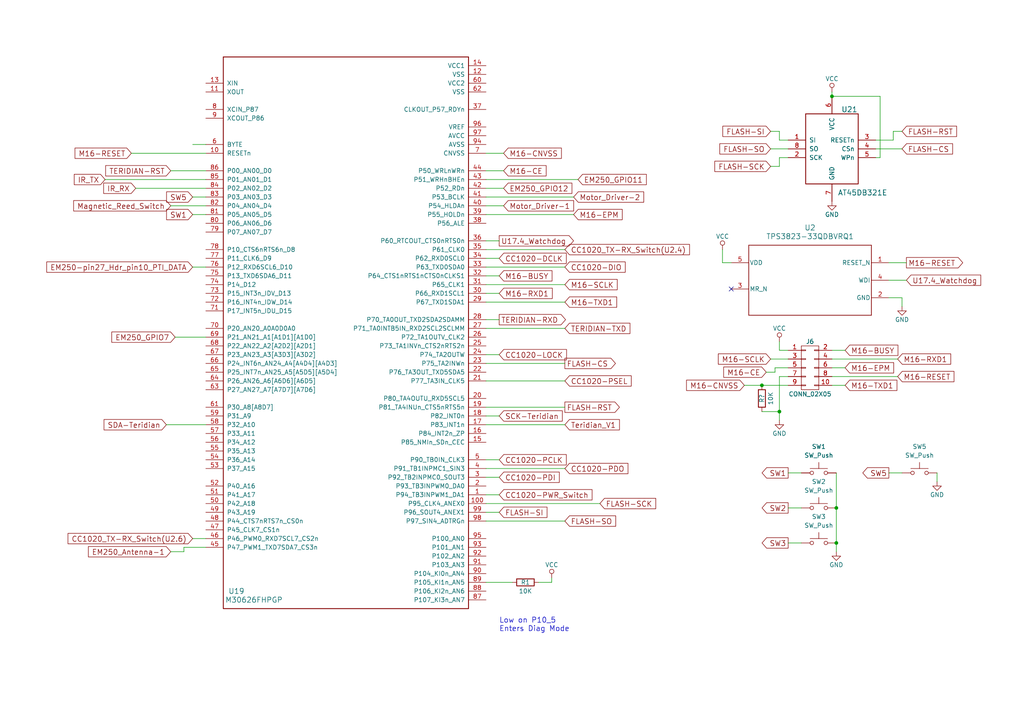
<source format=kicad_sch>
(kicad_sch (version 20231120) (generator "eeschema") (generator_version "8.0")
  (paper "A4")
  (lib_symbols
    (symbol "Landis-Gyr-Focus-AXR-SD-rescue:CONN_02X05" (pin_names (offset 0.0254) hide)
      (property "Reference" "P" (at 0 7.62 0))
      (property "Value" "CONN_02X05" (at 0 -7.62 0))
      (symbol "CONN_02X05_0_1"
        (rectangle (start -2.54 -4.953) (end -1.27 -5.207))
        (rectangle (start -2.54 -2.413) (end -1.27 -2.667))
        (rectangle (start -2.54 0.127) (end -1.27 -0.127))
        (rectangle (start -2.54 2.667) (end -1.27 2.413))
        (rectangle (start -2.54 5.207) (end -1.27 4.953))
        (rectangle (start -2.54 6.35) (end 2.54 -6.35))
        (rectangle (start 1.27 -4.953) (end 2.54 -5.207))
        (rectangle (start 1.27 -2.413) (end 2.54 -2.667))
        (rectangle (start 1.27 0.127) (end 2.54 -0.127))
        (rectangle (start 1.27 2.667) (end 2.54 2.413))
        (rectangle (start 1.27 5.207) (end 2.54 4.953))
      )
      (symbol "CONN_02X05_1_1"
        (pin passive line (at -6.35 5.08 0) (length 3.81) (name "P1") (number "1"))
        (pin passive line (at 6.35 -5.08 180) (length 3.81) (name "P10") (number "10"))
        (pin passive line (at 6.35 5.08 180) (length 3.81) (name "P2") (number "2"))
        (pin passive line (at -6.35 2.54 0) (length 3.81) (name "P3") (number "3"))
        (pin passive line (at 6.35 2.54 180) (length 3.81) (name "P4") (number "4"))
        (pin passive line (at -6.35 0 0) (length 3.81) (name "P5") (number "5"))
        (pin passive line (at 6.35 0 180) (length 3.81) (name "P6") (number "6"))
        (pin passive line (at -6.35 -2.54 0) (length 3.81) (name "P7") (number "7"))
        (pin passive line (at 6.35 -2.54 180) (length 3.81) (name "P8") (number "8"))
        (pin passive line (at -6.35 -5.08 0) (length 3.81) (name "P9") (number "9"))
      )
    )
    (symbol "Landis-Gyr-Focus-AXR-SD-rescue:GND" (power) (pin_names (offset 0))
      (property "Value" "GND" (at 0 -3.81 0))
      (symbol "GND_0_1"
        (polyline (pts (xy 0 0) (xy 0 -1.27) (xy 1.27 -1.27) (xy 0 -2.54) (xy -1.27 -1.27) (xy 0 -1.27)))
      )
      (symbol "GND_1_1"
        (pin power_in line (at 0 0 270) (length 0) hide (name "GND") (number "1"))
      )
    )
    (symbol "Landis-Gyr-Focus-AXR-SD-rescue:R" (pin_numbers hide) (pin_names (offset 0))
      (property "Reference" "R" (at 2.032 0 90))
      (property "Value" "R" (at 0 0 90))
      (symbol "R_0_1"
        (rectangle (start -1.016 -2.54) (end 1.016 2.54) (stroke (width 0.254)))
      )
      (symbol "R_1_1"
        (pin passive line (at 0 3.81 270) (length 1.27) (name "~") (number "1"))
        (pin passive line (at 0 -3.81 90) (length 1.27) (name "~") (number "2"))
      )
    )
    (symbol "Landis-Gyr-Focus-AXR-SD-rescue:VCC" (power) (pin_names (offset 0))
      (property "Value" "VCC" (at 0 3.81 0))
      (symbol "VCC_0_1"
        (polyline (pts (xy 0 0) (xy 0 1.27)))
        (circle (center 0 1.905) (radius 0.635))
      )
      (symbol "VCC_1_1"
        (pin power_in line (at 0 0 90) (length 0) hide (name "VCC") (number "1"))
      )
    )
    (symbol "Landis-Gyr-Focus-AXR-SD:AT45DB321E" (pin_names (offset 1.016))
      (property "Reference" "U" (at 5.08 11.43 0))
      (property "Value" "AT45DB321E" (at 10.16 -11.43 0))
      (symbol "AT45DB321E_1_1"
        (rectangle (start -7.62 10.16) (end 7.62 -10.16) (stroke (width 0.254)))
        (pin input line (at -12.7 2.54 0) (length 5.08) (name "SI") (number "1"))
        (pin input line (at -12.7 -2.54 0) (length 5.08) (name "SCK") (number "2"))
        (pin input line (at 12.7 2.54 180) (length 5.08) (name "RESETn") (number "3"))
        (pin input line (at 12.7 0 180) (length 5.08) (name "CSn") (number "4"))
        (pin input line (at 12.7 -2.54 180) (length 5.08) (name "WPn") (number "5"))
        (pin input line (at 0 15.24 270) (length 5.08) (name "VCC") (number "6"))
        (pin input line (at 0 -15.24 90) (length 5.08) (name "GND") (number "7"))
        (pin input line (at -12.7 0 0) (length 5.08) (name "SO") (number "8"))
      )
    )
    (symbol "Landis-Gyr-Focus-AXR-SD:R5F3650TDFB" (pin_names (offset 1.016))
      (property "Reference" "U" (at -33.02 -88.9 0))
      (property "Value" "R5F3650TDFB" (at -26.67 -91.44 0))
      (symbol "R5F3650TDFB_1_1"
        (rectangle (start -35.56 66.04) (end 35.56 -93.98) (stroke (width 0.254)))
        (pin input line (at 40.64 -60.96 180) (length 5.08) (name "P94_TB3INPWM1_DA1") (number "1"))
        (pin input line (at -40.64 38.1 0) (length 5.08) (name "RESETn") (number "10"))
        (pin input line (at 40.64 -63.5 180) (length 5.08) (name "P95_CLK4_ANEX0") (number "100"))
        (pin input line (at -40.64 55.88 0) (length 5.08) (name "XOUT") (number "11"))
        (pin input line (at 40.64 60.96 180) (length 5.08) (name "VSS") (number "12"))
        (pin input line (at -40.64 58.42 0) (length 5.08) (name "XIN") (number "13"))
        (pin input line (at 40.64 63.5 180) (length 5.08) (name "VCC1") (number "14"))
        (pin input line (at 40.64 -45.72 180) (length 5.08) (name "P85_NMIn_SDn_CEC") (number "15"))
        (pin input line (at 40.64 -43.18 180) (length 5.08) (name "P84_INT2n_ZP") (number "16"))
        (pin input line (at 40.64 -40.64 180) (length 5.08) (name "P83_INT1n") (number "17"))
        (pin input line (at 40.64 -38.1 180) (length 5.08) (name "P82_INT0n") (number "18"))
        (pin input line (at 40.64 -35.56 180) (length 5.08) (name "P81_TA4INUn_CTS5nRTS5n") (number "19"))
        (pin input line (at 40.64 -58.42 180) (length 5.08) (name "P93_TB3INPWM0_DA0") (number "2"))
        (pin input line (at 40.64 -33.02 180) (length 5.08) (name "P80_TA4OUTU_RXD5SCL5") (number "20"))
        (pin input line (at 40.64 -27.94 180) (length 5.08) (name "P77_TA3IN_CLK5") (number "21"))
        (pin input line (at 40.64 -25.4 180) (length 5.08) (name "P76_TA3OUT_TXD5SDA5") (number "22"))
        (pin input line (at 40.64 -22.86 180) (length 5.08) (name "P75_TA2INWn") (number "23"))
        (pin input line (at 40.64 -20.32 180) (length 5.08) (name "P74_TA2OUTW") (number "24"))
        (pin input line (at 40.64 -17.78 180) (length 5.08) (name "P73_TA1INVn_CTS2nRTS2n") (number "25"))
        (pin input line (at 40.64 -15.24 180) (length 5.08) (name "P72_TA1OUTV_CLK2") (number "26"))
        (pin input line (at 40.64 -12.7 180) (length 5.08) (name "P71_TA0INTB5IN_RXD2SCL2SCLMM") (number "27"))
        (pin input line (at 40.64 -10.16 180) (length 5.08) (name "P70_TA0OUT_TXD2SDA2SDAMM") (number "28"))
        (pin input line (at 40.64 -5.08 180) (length 5.08) (name "P67_TXD1SDA1") (number "29"))
        (pin input line (at 40.64 -55.88 180) (length 5.08) (name "P92_TB2INPMC0_SOUT3") (number "3"))
        (pin input line (at 40.64 -2.54 180) (length 5.08) (name "P66_RXD1SCL1") (number "30"))
        (pin input line (at 40.64 0 180) (length 5.08) (name "P65_CLK1") (number "31"))
        (pin input line (at 40.64 2.54 180) (length 5.08) (name "P64_CTS1nRTS1nCTS0nCLKS1") (number "32"))
        (pin input line (at 40.64 5.08 180) (length 5.08) (name "P63_TXD0SDA0") (number "33"))
        (pin input line (at 40.64 7.62 180) (length 5.08) (name "P62_RXD0SCL0") (number "34"))
        (pin input line (at 40.64 10.16 180) (length 5.08) (name "P61_CLK0") (number "35"))
        (pin input line (at 40.64 12.7 180) (length 5.08) (name "P60_RTCOUT_CTS0nRTS0n") (number "36"))
        (pin input line (at 40.64 50.8 180) (length 5.08) (name "CLKOUT_P57_RDYn") (number "37"))
        (pin input line (at 40.64 17.78 180) (length 5.08) (name "P56_ALE") (number "38"))
        (pin input line (at 40.64 20.32 180) (length 5.08) (name "P55_HOLDn") (number "39"))
        (pin input line (at 40.64 -53.34 180) (length 5.08) (name "P91_TB1INPMC1_SIN3") (number "4"))
        (pin input line (at 40.64 22.86 180) (length 5.08) (name "P54_HLDAn") (number "40"))
        (pin input line (at 40.64 25.4 180) (length 5.08) (name "P53_BCLK") (number "41"))
        (pin input line (at 40.64 27.94 180) (length 5.08) (name "P52_RDn") (number "42"))
        (pin input line (at 40.64 30.48 180) (length 5.08) (name "P51_WRHnBHEn") (number "43"))
        (pin input line (at 40.64 33.02 180) (length 5.08) (name "P50_WRLnWRn") (number "44"))
        (pin input line (at -40.64 -76.2 0) (length 5.08) (name "P47_PWM1_TXD7SDA7_CS3n") (number "45"))
        (pin input line (at -40.64 -73.66 0) (length 5.08) (name "P46_PWM0_RXD7SCL7_CS2n") (number "46"))
        (pin input line (at -40.64 -71.12 0) (length 5.08) (name "P45_CLK7_CS1n") (number "47"))
        (pin input line (at -40.64 -68.58 0) (length 5.08) (name "P44_CTS7nRTS7n_CS0n") (number "48"))
        (pin input line (at -40.64 -66.04 0) (length 5.08) (name "P43_A19") (number "49"))
        (pin input line (at 40.64 -50.8 180) (length 5.08) (name "P90_TB0IN_CLK3") (number "5"))
        (pin input line (at -40.64 -63.5 0) (length 5.08) (name "P42_A18") (number "50"))
        (pin input line (at -40.64 -60.96 0) (length 5.08) (name "P41_A17") (number "51"))
        (pin input line (at -40.64 -58.42 0) (length 5.08) (name "P40_A16") (number "52"))
        (pin input line (at -40.64 -53.34 0) (length 5.08) (name "P37_A15") (number "53"))
        (pin input line (at -40.64 -50.8 0) (length 5.08) (name "P36_A14") (number "54"))
        (pin input line (at -40.64 -48.26 0) (length 5.08) (name "P35_A13") (number "55"))
        (pin input line (at -40.64 -45.72 0) (length 5.08) (name "P34_A12") (number "56"))
        (pin input line (at -40.64 -43.18 0) (length 5.08) (name "P33_A11") (number "57"))
        (pin input line (at -40.64 -40.64 0) (length 5.08) (name "P32_A10") (number "58"))
        (pin input line (at -40.64 -38.1 0) (length 5.08) (name "P31_A9") (number "59"))
        (pin input line (at -40.64 40.64 0) (length 5.08) (name "BYTE") (number "6"))
        (pin input line (at 40.64 58.42 180) (length 5.08) (name "VCC2") (number "60"))
        (pin input line (at -40.64 -35.56 0) (length 5.08) (name "P30_A8[A8D7]") (number "61"))
        (pin input line (at 40.64 55.88 180) (length 5.08) (name "VSS") (number "62"))
        (pin input line (at -40.64 -30.48 0) (length 5.08) (name "P27_AN27_A7[A7D7][A7D6]") (number "63"))
        (pin input line (at -40.64 -27.94 0) (length 5.08) (name "P26_AN26_A6[A6D6][A6D5]") (number "64"))
        (pin input line (at -40.64 -25.4 0) (length 5.08) (name "P25_INT7n_AN25_A5[A5D5][A5D4]") (number "65"))
        (pin input line (at -40.64 -22.86 0) (length 5.08) (name "P24_INT6n_AN24_A4[A4D4][A4D3]") (number "66"))
        (pin input line (at -40.64 -20.32 0) (length 5.08) (name "P23_AN23_A3[A3D3][A3D2]") (number "67"))
        (pin input line (at -40.64 -17.78 0) (length 5.08) (name "P22_AN22_A2[A2D2][A2D1]") (number "68"))
        (pin input line (at -40.64 -15.24 0) (length 5.08) (name "P21_AN21_A1[A1D1][A1D0]") (number "69"))
        (pin input line (at 40.64 38.1 180) (length 5.08) (name "CNVSS") (number "7"))
        (pin input line (at -40.64 -12.7 0) (length 5.08) (name "P20_AN20_A0A0D0A0") (number "70"))
        (pin input line (at -40.64 -7.62 0) (length 5.08) (name "P17_INT5n_IDU_D15") (number "71"))
        (pin input line (at -40.64 -5.08 0) (length 5.08) (name "P16_INT4n_IDW_D14") (number "72"))
        (pin input line (at -40.64 -2.54 0) (length 5.08) (name "P15_INT3n_IDV_D13") (number "73"))
        (pin input line (at -40.64 0 0) (length 5.08) (name "P14_D12") (number "74"))
        (pin input line (at -40.64 2.54 0) (length 5.08) (name "P13_TXD6SDA6_D11") (number "75"))
        (pin input line (at -40.64 5.08 0) (length 5.08) (name "P12_RXD6SCL6_D10") (number "76"))
        (pin input line (at -40.64 7.62 0) (length 5.08) (name "P11_CLK6_D9") (number "77"))
        (pin input line (at -40.64 10.16 0) (length 5.08) (name "P10_CTS6nRTS6n_D8") (number "78"))
        (pin input line (at -40.64 15.24 0) (length 5.08) (name "P07_AN07_D7") (number "79"))
        (pin input line (at -40.64 50.8 0) (length 5.08) (name "XCIN_P87") (number "8"))
        (pin input line (at -40.64 17.78 0) (length 5.08) (name "P06_AN06_D6") (number "80"))
        (pin input line (at -40.64 20.32 0) (length 5.08) (name "P05_AN05_D5") (number "81"))
        (pin input line (at -40.64 22.86 0) (length 5.08) (name "P04_AN04_D4") (number "82"))
        (pin input line (at -40.64 25.4 0) (length 5.08) (name "P03_AN03_D3") (number "83"))
        (pin input line (at -40.64 27.94 0) (length 5.08) (name "P02_AN02_D2") (number "84"))
        (pin input line (at -40.64 30.48 0) (length 5.08) (name "P01_AN01_D1") (number "85"))
        (pin input line (at -40.64 33.02 0) (length 5.08) (name "P00_AN00_D0") (number "86"))
        (pin input line (at 40.64 -91.44 180) (length 5.08) (name "P107_KI3n_AN7") (number "87"))
        (pin input line (at 40.64 -88.9 180) (length 5.08) (name "P106_KI2n_AN6") (number "88"))
        (pin input line (at 40.64 -86.36 180) (length 5.08) (name "P105_KI1n_AN5") (number "89"))
        (pin input line (at -40.64 48.26 0) (length 5.08) (name "XCOUT_P86") (number "9"))
        (pin input line (at 40.64 -83.82 180) (length 5.08) (name "P104_KI0n_AN4") (number "90"))
        (pin input line (at 40.64 -81.28 180) (length 5.08) (name "P103_AN3") (number "91"))
        (pin input line (at 40.64 -78.74 180) (length 5.08) (name "P102_AN2") (number "92"))
        (pin input line (at 40.64 -76.2 180) (length 5.08) (name "P101_AN1") (number "93"))
        (pin input line (at 40.64 40.64 180) (length 5.08) (name "AVSS") (number "94"))
        (pin input line (at 40.64 -73.66 180) (length 5.08) (name "P100_AN0") (number "95"))
        (pin input line (at 40.64 45.72 180) (length 5.08) (name "VREF") (number "96"))
        (pin input line (at 40.64 43.18 180) (length 5.08) (name "AVCC") (number "97"))
        (pin input line (at 40.64 -68.58 180) (length 5.08) (name "P97_SIN4_ADTRGn") (number "98"))
        (pin input line (at 40.64 -66.04 180) (length 5.08) (name "P96_SOUT4_ANEX1") (number "99"))
      )
    )
    (symbol "Power_Supervisor:TPS3823-33QDBVRQ1" (pin_names (offset 0.254))
      (property "Reference" "U" (at 0 2.54 0))
      (property "Value" "TPS3823-33QDBVRQ1" (at 0 0 0))
      (symbol "TPS3823-33QDBVRQ1_0_1"
        (polyline (pts (xy -17.78 -10.16) (xy 17.78 -10.16)) (stroke (width 0.2032)))
        (polyline (pts (xy -17.78 10.16) (xy -17.78 -10.16)) (stroke (width 0.2032)))
        (polyline (pts (xy 17.78 -10.16) (xy 17.78 10.16)) (stroke (width 0.2032)))
        (polyline (pts (xy 17.78 10.16) (xy -17.78 10.16)) (stroke (width 0.2032)))
        (pin output line (at 22.86 5.08 180) (length 5.08) (name "RESET_N") (number "1"))
        (pin power_in line (at 22.86 -5.08 180) (length 5.08) (name "GND") (number "2"))
        (pin input line (at -22.86 -2.54 0) (length 5.08) (name "MR_N") (number "3"))
        (pin input line (at 22.86 0 180) (length 5.08) (name "WDI") (number "4"))
        (pin power_in line (at -22.86 5.08 0) (length 5.08) (name "VDD") (number "5"))
      )
    )
    (symbol "Switch:SW_Push" (pin_numbers hide) (pin_names (offset 1.016) hide)
      (property "Reference" "SW" (at 1.27 2.54 0))
      (property "Value" "SW_Push" (at 0 -1.524 0))
      (symbol "SW_Push_0_1"
        (circle (center -2.032 0) (radius 0.508))
        (polyline (pts (xy 0 1.27) (xy 0 3.048)))
        (polyline (pts (xy 2.54 1.27) (xy -2.54 1.27)))
        (circle (center 2.032 0) (radius 0.508))
        (pin passive line (at -5.08 0 0) (length 2.54) (name "1") (number "1"))
        (pin passive line (at 5.08 0 180) (length 2.54) (name "2") (number "2"))
      )
    )
  )
  (junction (at 242.57 147.32))
  (junction (at 242.57 157.48))
  (junction (at 226.06 119.38))
  (junction (at 241.3 27.94))
  (junction (at 220.98 111.76))
  (no_connect (at 212.09 83.82))
  (wire (pts (xy 226.06 45.72) (xy 226.06 48.26)))
  (wire (pts (xy 257.81 86.36) (xy 261.62 86.36)))
  (wire (pts (xy 140.97 138.43) (xy 144.78 138.43)))
  (wire (pts (xy 140.97 87.63) (xy 163.83 87.63)))
  (wire (pts (xy 140.97 135.89) (xy 163.83 135.89)))
  (wire (pts (xy 140.97 59.69) (xy 146.05 59.69)))
  (wire (pts (xy 160.02 168.91) (xy 160.02 167.64)))
  (wire (pts (xy 140.97 85.09) (xy 144.78 85.09)))
  (wire (pts (xy 228.6 43.18) (xy 223.52 43.18)))
  (wire (pts (xy 156.21 168.91) (xy 160.02 168.91)))
  (wire (pts (xy 257.81 81.28) (xy 262.89 81.28)))
  (wire (pts (xy 226.06 119.38) (xy 226.06 121.92)))
  (wire (pts (xy 226.06 38.1) (xy 223.52 38.1)))
  (wire (pts (xy 271.78 137.16) (xy 271.78 139.7)))
  (wire (pts (xy 140.97 110.49) (xy 163.83 110.49)))
  (wire (pts (xy 241.3 104.14) (xy 260.35 104.14)))
  (wire (pts (xy 140.97 123.19) (xy 163.83 123.19)))
  (wire (pts (xy 220.98 111.76) (xy 228.6 111.76)))
  (wire (pts (xy 53.34 160.02) (xy 53.34 158.75)))
  (wire (pts (xy 140.97 102.87) (xy 144.78 102.87)))
  (wire (pts (xy 163.83 118.11) (xy 140.97 118.11)))
  (wire (pts (xy 226.06 109.22) (xy 226.06 119.38)))
  (wire (pts (xy 228.6 106.68) (xy 224.79 106.68)))
  (wire (pts (xy 261.62 86.36) (xy 261.62 88.9)))
  (wire (pts (xy 55.88 156.21) (xy 59.69 156.21)))
  (wire (pts (xy 228.6 40.64) (xy 226.06 40.64)))
  (wire (pts (xy 140.97 54.61) (xy 146.05 54.61)))
  (wire (pts (xy 140.97 168.91) (xy 148.59 168.91)))
  (wire (pts (xy 140.97 143.51) (xy 144.78 143.51)))
  (wire (pts (xy 140.97 105.41) (xy 163.83 105.41)))
  (wire (pts (xy 55.88 77.47) (xy 59.69 77.47)))
  (wire (pts (xy 140.97 57.15) (xy 166.37 57.15)))
  (wire (pts (xy 212.09 76.2) (xy 209.55 76.2)))
  (wire (pts (xy 255.27 27.94) (xy 241.3 27.94)))
  (wire (pts (xy 59.69 52.07) (xy 30.48 52.07)))
  (wire (pts (xy 259.08 38.1) (xy 261.62 38.1)))
  (wire (pts (xy 245.11 101.6) (xy 241.3 101.6)))
  (wire (pts (xy 140.97 120.65) (xy 144.78 120.65)))
  (wire (pts (xy 55.88 57.15) (xy 59.69 57.15)))
  (wire (pts (xy 254 43.18) (xy 261.62 43.18)))
  (wire (pts (xy 242.57 157.48) (xy 242.57 160.02)))
  (wire (pts (xy 242.57 147.32) (xy 242.57 157.48)))
  (wire (pts (xy 254 40.64) (xy 259.08 40.64)))
  (wire (pts (xy 228.6 157.48) (xy 232.41 157.48)))
  (wire (pts (xy 228.6 104.14) (xy 223.52 104.14)))
  (wire (pts (xy 226.06 48.26) (xy 223.52 48.26)))
  (wire (pts (xy 241.3 27.94) (xy 241.3 26.67)))
  (wire (pts (xy 39.37 54.61) (xy 59.69 54.61)))
  (wire (pts (xy 254 45.72) (xy 255.27 45.72)))
  (wire (pts (xy 224.79 106.68) (xy 224.79 107.95)))
  (wire (pts (xy 140.97 74.93) (xy 144.78 74.93)))
  (wire (pts (xy 224.79 107.95) (xy 222.25 107.95)))
  (wire (pts (xy 59.69 123.19) (xy 48.26 123.19)))
  (wire (pts (xy 53.34 160.02) (xy 49.53 160.02)))
  (wire (pts (xy 228.6 109.22) (xy 226.06 109.22)))
  (wire (pts (xy 228.6 101.6) (xy 226.06 101.6)))
  (wire (pts (xy 140.97 133.35) (xy 144.78 133.35)))
  (wire (pts (xy 241.3 106.68) (xy 245.11 106.68)))
  (wire (pts (xy 255.27 45.72) (xy 255.27 27.94)))
  (wire (pts (xy 140.97 49.53) (xy 146.05 49.53)))
  (wire (pts (xy 59.69 44.45) (xy 38.1 44.45)))
  (wire (pts (xy 215.9 111.76) (xy 220.98 111.76)))
  (wire (pts (xy 140.97 92.71) (xy 144.78 92.71)))
  (wire (pts (xy 140.97 62.23) (xy 166.37 62.23)))
  (wire (pts (xy 259.08 40.64) (xy 259.08 38.1)))
  (wire (pts (xy 140.97 77.47) (xy 163.83 77.47)))
  (wire (pts (xy 228.6 45.72) (xy 226.06 45.72)))
  (wire (pts (xy 140.97 44.45) (xy 146.05 44.45)))
  (wire (pts (xy 49.53 49.53) (xy 59.69 49.53)))
  (wire (pts (xy 257.81 137.16) (xy 261.62 137.16)))
  (wire (pts (xy 140.97 148.59) (xy 144.78 148.59)))
  (wire (pts (xy 140.97 151.13) (xy 163.83 151.13)))
  (wire (pts (xy 228.6 137.16) (xy 232.41 137.16)))
  (wire (pts (xy 59.69 59.69) (xy 49.53 59.69)))
  (wire (pts (xy 228.6 147.32) (xy 232.41 147.32)))
  (wire (pts (xy 59.69 41.91) (xy 55.88 41.91)))
  (wire (pts (xy 209.55 76.2) (xy 209.55 72.39)))
  (wire (pts (xy 50.8 97.79) (xy 59.69 97.79)))
  (wire (pts (xy 140.97 80.01) (xy 144.78 80.01)))
  (wire (pts (xy 241.3 109.22) (xy 260.35 109.22)))
  (wire (pts (xy 140.97 146.05) (xy 173.99 146.05)))
  (wire (pts (xy 226.06 40.64) (xy 226.06 38.1)))
  (wire (pts (xy 242.57 137.16) (xy 242.57 147.32)))
  (wire (pts (xy 140.97 52.07) (xy 167.64 52.07)))
  (wire (pts (xy 140.97 69.85) (xy 144.78 69.85)))
  (wire (pts (xy 59.69 158.75) (xy 53.34 158.75)))
  (wire (pts (xy 220.98 119.38) (xy 226.06 119.38)))
  (wire (pts (xy 140.97 72.39) (xy 163.83 72.39)))
  (wire (pts (xy 55.88 62.23) (xy 59.69 62.23)))
  (wire (pts (xy 257.81 76.2) (xy 262.89 76.2)))
  (wire (pts (xy 226.06 101.6) (xy 226.06 99.06)))
  (wire (pts (xy 140.97 95.25) (xy 163.83 95.25)))
  (wire (pts (xy 241.3 111.76) (xy 245.11 111.76)))
  (wire (pts (xy 140.97 82.55) (xy 163.83 82.55)))
  (text "Low on P10_5 \nEnters Diag Mode" (at 144.78 183.388 0) (effects (font (size 1.524 1.524)) (justify left bottom)))
  (global_label "SW5" (shape output) (at 257.81 137.16 180) (effects (font (size 1.524 1.524))) (property "Intersheetrefs" "${INTERSHEET_REFS}" (effects (hide yes))))
  (global_label "TERIDIAN-RST" (shape input) (at 49.53 49.53 180) (effects (font (size 1.524 1.524))) (property "Intersheetrefs" "${INTERSHEET_REFS}" (effects (hide yes))))
  (global_label "U17.4_Watchdog" (shape input) (at 262.89 81.28 0) (effects (font (size 1.524 1.524))) (property "Intersheetrefs" "${INTERSHEET_REFS}" (effects (hide yes))))
  (global_label "CC1020-PDO" (shape input) (at 163.83 135.89 0) (effects (font (size 1.524 1.524))) (property "Intersheetrefs" "${INTERSHEET_REFS}" (effects (hide yes))))
  (global_label "CC1020-DCLK" (shape input) (at 144.78 74.93 0) (effects (font (size 1.524 1.524))) (property "Intersheetrefs" "${INTERSHEET_REFS}" (effects (hide yes))))
  (global_label "FLASH-SO" (shape input) (at 223.52 43.18 180) (effects (font (size 1.524 1.524))) (property "Intersheetrefs" "${INTERSHEET_REFS}" (effects (hide yes))))
  (global_label "FLASH-SI" (shape input) (at 223.52 38.1 180) (effects (font (size 1.524 1.524))) (property "Intersheetrefs" "${INTERSHEET_REFS}" (effects (hide yes))))
  (global_label "CC1020_TX-RX_Switch(U2.6)" (shape input) (at 55.88 156.21 180) (effects (font (size 1.524 1.524))) (property "Intersheetrefs" "${INTERSHEET_REFS}" (effects (hide yes))))
  (global_label "M16-CNVSS" (shape input) (at 215.9 111.76 180) (effects (font (size 1.524 1.524))) (property "Intersheetrefs" "${INTERSHEET_REFS}" (effects (hide yes))))
  (global_label "SDA-Teridian" (shape input) (at 48.26 123.19 180) (effects (font (size 1.524 1.524))) (property "Intersheetrefs" "${INTERSHEET_REFS}" (effects (hide yes))))
  (global_label "FLASH-SI" (shape input) (at 144.78 148.59 0) (effects (font (size 1.524 1.524))) (property "Intersheetrefs" "${INTERSHEET_REFS}" (effects (hide yes))))
  (global_label "CC1020-PSEL" (shape input) (at 163.83 110.49 0) (effects (font (size 1.524 1.524))) (property "Intersheetrefs" "${INTERSHEET_REFS}" (effects (hide yes))))
  (global_label "SW2" (shape output) (at 228.6 147.32 180) (effects (font (size 1.524 1.524))) (property "Intersheetrefs" "${INTERSHEET_REFS}" (effects (hide yes))))
  (global_label "SW1" (shape output) (at 228.6 137.16 180) (effects (font (size 1.524 1.524))) (property "Intersheetrefs" "${INTERSHEET_REFS}" (effects (hide yes))))
  (global_label "EM250-pin27_Hdr_pin10_PTI_DATA" (shape input) (at 55.88 77.47 180) (effects (font (size 1.524 1.524))) (property "Intersheetrefs" "${INTERSHEET_REFS}" (effects (hide yes))))
  (global_label "FLASH-SO" (shape input) (at 163.83 151.13 0) (effects (font (size 1.524 1.524))) (property "Intersheetrefs" "${INTERSHEET_REFS}" (effects (hide yes))))
  (global_label "EM250_GPIO12" (shape input) (at 146.05 54.61 0) (effects (font (size 1.524 1.524))) (property "Intersheetrefs" "${INTERSHEET_REFS}" (effects (hide yes))))
  (global_label "M16-RESET" (shape input) (at 38.1 44.45 180) (effects (font (size 1.524 1.524))) (property "Intersheetrefs" "${INTERSHEET_REFS}" (effects (hide yes))))
  (global_label "EM250_GPIO7" (shape input) (at 50.8 97.79 180) (effects (font (size 1.524 1.524))) (property "Intersheetrefs" "${INTERSHEET_REFS}" (effects (hide yes))))
  (global_label "M16-BUSY" (shape input) (at 245.11 101.6 0) (effects (font (size 1.524 1.524))) (property "Intersheetrefs" "${INTERSHEET_REFS}" (effects (hide yes))))
  (global_label "CC1020-PDI" (shape input) (at 144.78 138.43 0) (effects (font (size 1.524 1.524))) (property "Intersheetrefs" "${INTERSHEET_REFS}" (effects (hide yes))))
  (global_label "M16-EPM" (shape input) (at 245.11 106.68 0) (effects (font (size 1.524 1.524))) (property "Intersheetrefs" "${INTERSHEET_REFS}" (effects (hide yes))))
  (global_label "M16-EPM" (shape input) (at 166.37 62.23 0) (effects (font (size 1.524 1.524))) (property "Intersheetrefs" "${INTERSHEET_REFS}" (effects (hide yes))))
  (global_label "SW3" (shape output) (at 228.6 157.48 180) (effects (font (size 1.524 1.524))) (property "Intersheetrefs" "${INTERSHEET_REFS}" (effects (hide yes))))
  (global_label "M16-RXD1" (shape input) (at 144.78 85.09 0) (effects (font (size 1.524 1.524))) (property "Intersheetrefs" "${INTERSHEET_REFS}" (effects (hide yes))))
  (global_label "CC1020-PCLK" (shape input) (at 144.78 133.35 0) (effects (font (size 1.524 1.524))) (property "Intersheetrefs" "${INTERSHEET_REFS}" (effects (hide yes))))
  (global_label "M16-CE" (shape input) (at 222.25 107.95 180) (effects (font (size 1.524 1.524))) (property "Intersheetrefs" "${INTERSHEET_REFS}" (effects (hide yes))))
  (global_label "FLASH-SCK" (shape input) (at 173.99 146.05 0) (effects (font (size 1.524 1.524))) (property "Intersheetrefs" "${INTERSHEET_REFS}" (effects (hide yes))))
  (global_label "SW1" (shape input) (at 55.88 62.23 180) (effects (font (size 1.524 1.524))) (property "Intersheetrefs" "${INTERSHEET_REFS}" (effects (hide yes))))
  (global_label "M16-SCLK" (shape input) (at 223.52 104.14 180) (effects (font (size 1.524 1.524))) (property "Intersheetrefs" "${INTERSHEET_REFS}" (effects (hide yes))))
  (global_label "M16-BUSY" (shape input) (at 144.78 80.01 0) (effects (font (size 1.524 1.524))) (property "Intersheetrefs" "${INTERSHEET_REFS}" (effects (hide yes))))
  (global_label "Magnetic_Reed_Switch" (shape input) (at 49.53 59.69 180) (effects (font (size 1.524 1.524))) (property "Intersheetrefs" "${INTERSHEET_REFS}" (effects (hide yes))))
  (global_label "SCK-Teridian" (shape input) (at 144.78 120.65 0) (effects (font (size 1.524 1.524))) (property "Intersheetrefs" "${INTERSHEET_REFS}" (effects (hide yes))))
  (global_label "M16-RXD1" (shape input) (at 260.35 104.14 0) (effects (font (size 1.524 1.524))) (property "Intersheetrefs" "${INTERSHEET_REFS}" (effects (hide yes))))
  (global_label "FLASH-SCK" (shape input) (at 223.52 48.26 180) (effects (font (size 1.524 1.524))) (property "Intersheetrefs" "${INTERSHEET_REFS}" (effects (hide yes))))
  (global_label "FLASH-RST" (shape output) (at 163.83 118.11 0) (effects (font (size 1.524 1.524))) (property "Intersheetrefs" "${INTERSHEET_REFS}" (effects (hide yes))))
  (global_label "M16-RESET" (shape output) (at 262.89 76.2 0) (effects (font (size 1.524 1.524))) (property "Intersheetrefs" "${INTERSHEET_REFS}" (effects (hide yes))))
  (global_label "SW5" (shape input) (at 55.88 57.15 180) (effects (font (size 1.524 1.524))) (property "Intersheetrefs" "${INTERSHEET_REFS}" (effects (hide yes))))
  (global_label "EM250_GPIO11" (shape input) (at 167.64 52.07 0) (effects (font (size 1.524 1.524))) (property "Intersheetrefs" "${INTERSHEET_REFS}" (effects (hide yes))))
  (global_label "Motor_Driver-2" (shape input) (at 166.37 57.15 0) (effects (font (size 1.524 1.524))) (property "Intersheetrefs" "${INTERSHEET_REFS}" (effects (hide yes))))
  (global_label "M16-RESET" (shape input) (at 260.35 109.22 0) (effects (font (size 1.524 1.524))) (property "Intersheetrefs" "${INTERSHEET_REFS}" (effects (hide yes))))
  (global_label "TERIDIAN-RXD" (shape output) (at 144.78 92.71 0) (effects (font (size 1.524 1.524))) (property "Intersheetrefs" "${INTERSHEET_REFS}" (effects (hide yes))))
  (global_label "IR_TX" (shape input) (at 30.48 52.07 180) (effects (font (size 1.524 1.524))) (property "Intersheetrefs" "${INTERSHEET_REFS}" (effects (hide yes))))
  (global_label "M16-CE" (shape input) (at 146.05 49.53 0) (effects (font (size 1.524 1.524))) (property "Intersheetrefs" "${INTERSHEET_REFS}" (effects (hide yes))))
  (global_label "Motor_Driver-1" (shape input) (at 146.05 59.69 0) (effects (font (size 1.524 1.524))) (property "Intersheetrefs" "${INTERSHEET_REFS}" (effects (hide yes))))
  (global_label "U17.4_Watchdog" (shape output) (at 144.78 69.85 0) (effects (font (size 1.524 1.524))) (property "Intersheetrefs" "${INTERSHEET_REFS}" (effects (hide yes))))
  (global_label "CC1020-LOCK" (shape input) (at 144.78 102.87 0) (effects (font (size 1.524 1.524))) (property "Intersheetrefs" "${INTERSHEET_REFS}" (effects (hide yes))))
  (global_label "CC1020-DIO" (shape input) (at 163.83 77.47 0) (effects (font (size 1.524 1.524))) (property "Intersheetrefs" "${INTERSHEET_REFS}" (effects (hide yes))))
  (global_label "IR_RX" (shape input) (at 39.37 54.61 180) (effects (font (size 1.524 1.524))) (property "Intersheetrefs" "${INTERSHEET_REFS}" (effects (hide yes))))
  (global_label "TERIDIAN-TXD" (shape input) (at 163.83 95.25 0) (effects (font (size 1.524 1.524))) (property "Intersheetrefs" "${INTERSHEET_REFS}" (effects (hide yes))))
  (global_label "EM250_Antenna-1" (shape input) (at 49.53 160.02 180) (effects (font (size 1.524 1.524))) (property "Intersheetrefs" "${INTERSHEET_REFS}" (effects (hide yes))))
  (global_label "CC1020-PWR_Switch" (shape input) (at 144.78 143.51 0) (effects (font (size 1.524 1.524))) (property "Intersheetrefs" "${INTERSHEET_REFS}" (effects (hide yes))))
  (global_label "M16-TXD1" (shape input) (at 245.11 111.76 0) (effects (font (size 1.524 1.524))) (property "Intersheetrefs" "${INTERSHEET_REFS}" (effects (hide yes))))
  (global_label "M16-SCLK" (shape input) (at 163.83 82.55 0) (effects (font (size 1.524 1.524))) (property "Intersheetrefs" "${INTERSHEET_REFS}" (effects (hide yes))))
  (global_label "M16-CNVSS" (shape input) (at 146.05 44.45 0) (effects (font (size 1.524 1.524))) (property "Intersheetrefs" "${INTERSHEET_REFS}" (effects (hide yes))))
  (global_label "CC1020_TX-RX_Switch(U2.4)" (shape input) (at 163.83 72.39 0) (effects (font (size 1.524 1.524))) (property "Intersheetrefs" "${INTERSHEET_REFS}" (effects (hide yes))))
  (global_label "Teridian_V1" (shape input) (at 163.83 123.19 0) (effects (font (size 1.524 1.524))) (property "Intersheetrefs" "${INTERSHEET_REFS}" (effects (hide yes))))
  (global_label "M16-TXD1" (shape input) (at 163.83 87.63 0) (effects (font (size 1.524 1.524))) (property "Intersheetrefs" "${INTERSHEET_REFS}" (effects (hide yes))))
  (global_label "FLASH-RST" (shape input) (at 261.62 38.1 0) (effects (font (size 1.524 1.524))) (property "Intersheetrefs" "${INTERSHEET_REFS}" (effects (hide yes))))
  (global_label "FLASH-CS" (shape output) (at 163.83 105.41 0) (effects (font (size 1.524 1.524))) (property "Intersheetrefs" "${INTERSHEET_REFS}" (effects (hide yes))))
  (global_label "FLASH-CS" (shape input) (at 261.62 43.18 0) (effects (font (size 1.524 1.524))) (property "Intersheetrefs" "${INTERSHEET_REFS}" (effects (hide yes))))
  (symbol (lib_id "Landis-Gyr-Focus-AXR-SD:R5F3650TDFB") (at 100.33 82.55 0) (unit 1)
    (property "Reference" "U19" (at 68.58 171.45 0) (effects (font (size 1.524 1.524))))
    (property "Value" "M30626FHPGP" (at 73.66 173.99 0) (effects (font (size 1.524 1.524))))
  )
  (symbol (lib_id "Landis-Gyr-Focus-AXR-SD:AT45DB321E") (at 241.3 43.18 0) (unit 1)
    (property "Reference" "U21" (at 246.38 31.75 0) (effects (font (size 1.524 1.524))))
    (property "Value" "AT45DB321E" (at 250.19 55.88 0) (effects (font (size 1.524 1.524))))
  )
  (symbol (lib_id "Landis-Gyr-Focus-AXR-SD-rescue:GND") (at 241.3 58.42 0) (unit 1)
    (property "Reference" "#PWR?" (effects (hide yes)))
    (property "Value" "GND" (at 241.3 62.23 0))
  )
  (symbol (lib_id "Landis-Gyr-Focus-AXR-SD-rescue:CONN_02X05") (at 234.95 106.68 0) (unit 1)
    (property "Reference" "J6" (at 234.95 99.06 0))
    (property "Value" "CONN_02X05" (at 234.95 114.3 0))
  )
  (symbol (lib_id "Landis-Gyr-Focus-AXR-SD-rescue:VCC") (at 241.3 26.67 0) (unit 1)
    (property "Reference" "#PWR?" (effects (hide yes)))
    (property "Value" "VCC" (at 241.3 22.86 0))
  )
  (symbol (lib_id "Landis-Gyr-Focus-AXR-SD-rescue:VCC") (at 226.06 99.06 0) (unit 1)
    (property "Reference" "#PWR?" (effects (hide yes)))
    (property "Value" "VCC" (at 226.06 95.25 0))
  )
  (symbol (lib_id "Landis-Gyr-Focus-AXR-SD-rescue:GND") (at 226.06 121.92 0) (unit 1)
    (property "Reference" "#PWR?" (effects (hide yes)))
    (property "Value" "GND" (at 226.06 125.73 0))
  )
  (symbol (lib_id "Landis-Gyr-Focus-AXR-SD-rescue:R") (at 220.98 115.57 180) (unit 1)
    (property "Reference" "R?" (at 220.98 115.57 90))
    (property "Value" "10K" (at 223.52 115.57 90))
  )
  (symbol (lib_id "Landis-Gyr-Focus-AXR-SD-rescue:R") (at 152.4 168.91 90) (unit 1)
    (property "Reference" "R1" (at 152.4 168.91 90))
    (property "Value" "10K" (at 152.4 171.45 90))
  )
  (symbol (lib_id "Landis-Gyr-Focus-AXR-SD-rescue:GND") (at 261.62 88.9 0) (unit 1)
    (property "Reference" "#PWR04" (effects (hide yes)))
    (property "Value" "GND" (at 261.62 92.71 0))
  )
  (symbol (lib_id "Switch:SW_Push") (at 237.49 137.16 0) (unit 1)
    (property "Reference" "SW1" (at 237.49 129.54 0))
    (property "Value" "SW_Push" (at 237.49 132.08 0))
  )
  (symbol (lib_id "Power_Supervisor:TPS3823-33QDBVRQ1") (at 234.95 81.28 0) (unit 1)
    (property "Reference" "U2" (at 234.95 66.04 0) (effects (font (size 1.524 1.524))))
    (property "Value" "TPS3823-33QDBVRQ1" (at 234.95 68.58 0) (effects (font (size 1.524 1.524))))
    (property "Footprint" "DBV0005A_N" (effects (hide yes)))
    (property "Datasheet" "TPS3823-33QDBVRQ1" (effects (hide yes)))
  )
  (symbol (lib_id "Landis-Gyr-Focus-AXR-SD-rescue:VCC") (at 160.02 167.64 0) (unit 1)
    (property "Reference" "#PWR01" (effects (hide yes)))
    (property "Value" "VCC" (at 160.02 163.83 0))
  )
  (symbol (lib_id "Landis-Gyr-Focus-AXR-SD-rescue:GND") (at 242.57 160.02 0) (unit 1)
    (property "Reference" "#PWR02" (effects (hide yes)))
    (property "Value" "GND" (at 242.57 163.83 0))
  )
  (symbol (lib_id "Landis-Gyr-Focus-AXR-SD-rescue:VCC") (at 209.55 72.39 0) (unit 1)
    (property "Reference" "#PWR05" (effects (hide yes)))
    (property "Value" "VCC" (at 209.55 68.58 0))
  )
  (symbol (lib_id "Switch:SW_Push") (at 266.7 137.16 0) (unit 1)
    (property "Reference" "SW5" (at 266.7 129.54 0))
    (property "Value" "SW_Push" (at 266.7 132.08 0))
  )
  (symbol (lib_id "Switch:SW_Push") (at 237.49 147.32 0) (unit 1)
    (property "Reference" "SW2" (at 237.49 139.7 0))
    (property "Value" "SW_Push" (at 237.49 142.24 0))
  )
  (symbol (lib_id "Switch:SW_Push") (at 237.49 157.48 0) (unit 1)
    (property "Reference" "SW3" (at 237.49 149.86 0))
    (property "Value" "SW_Push" (at 237.49 152.4 0))
  )
  (symbol (lib_id "Landis-Gyr-Focus-AXR-SD-rescue:GND") (at 271.78 139.7 0) (unit 1)
    (property "Reference" "#PWR03" (effects (hide yes)))
    (property "Value" "GND" (at 271.78 143.51 0))
  )
)
</source>
